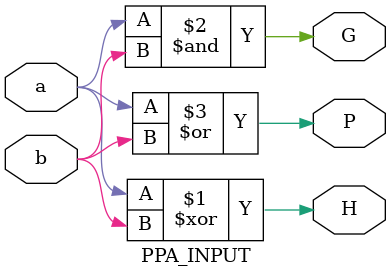
<source format=v>
module PPA_INPUT (
    a, b,
    H, G, P
);
    input a, b;
    output H, G, P;

    assign H = a ^ b;
    assign G = a & b;
    assign P = a | b;

endmodule
</source>
